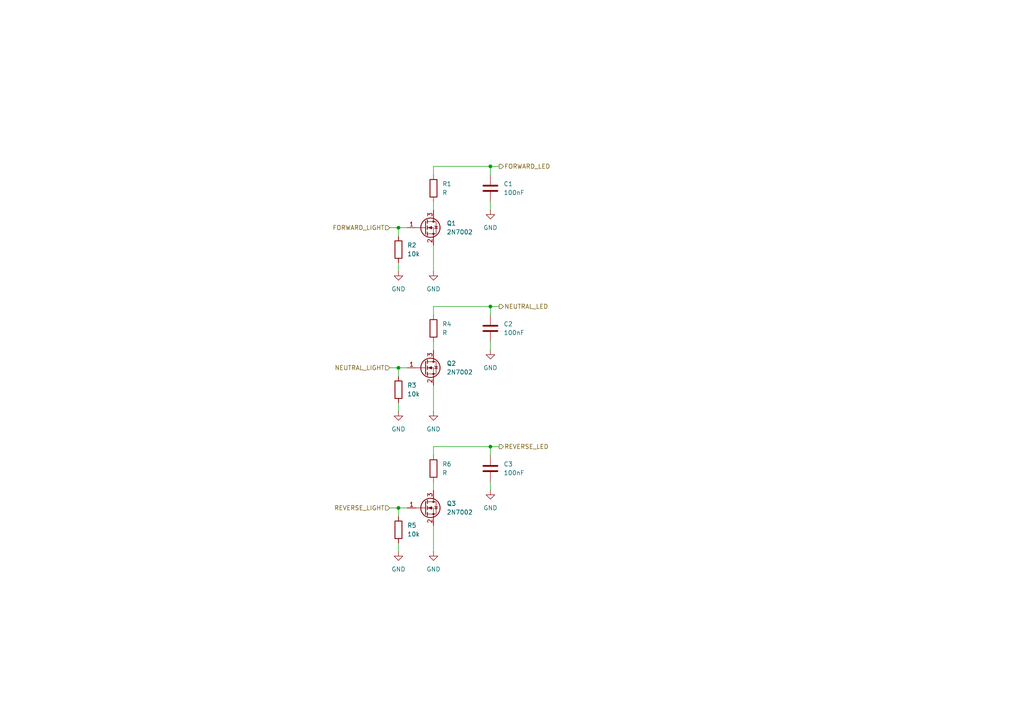
<source format=kicad_sch>
(kicad_sch (version 20231120) (generator "eeschema") (generator_version "8.0")
  (paper "A4")
  (lib_symbols
    (symbol "Device:C" (pin_numbers hide) (pin_names (offset 0.254))
      (property "Reference" "C" (at 0.635 2.54 0))
      (property "Value" "C" (at 0.635 -2.54 0))
      (symbol "C_0_1"
        (polyline (pts (xy -2.032 -0.762) (xy 2.032 -0.762)) (stroke (width 0.508)))
        (polyline (pts (xy -2.032 0.762) (xy 2.032 0.762)) (stroke (width 0.508)))
      )
      (symbol "C_1_1"
        (pin passive line (at 0 3.81 270) (length 2.794) (name "~") (number "1"))
        (pin passive line (at 0 -3.81 90) (length 2.794) (name "~") (number "2"))
      )
    )
    (symbol "Device:R" (pin_numbers hide) (pin_names (offset 0))
      (property "Reference" "R" (at 2.032 0 90))
      (property "Value" "R" (at 0 0 90))
      (symbol "R_0_1"
        (rectangle (start -1.016 -2.54) (end 1.016 2.54) (stroke (width 0.254)))
      )
      (symbol "R_1_1"
        (pin passive line (at 0 3.81 270) (length 1.27) (name "~") (number "1"))
        (pin passive line (at 0 -3.81 90) (length 1.27) (name "~") (number "2"))
      )
    )
    (symbol "Transistor_FET:2N7002" (pin_names hide)
      (property "Reference" "Q" (at 5.08 1.905 0))
      (property "Value" "2N7002" (at 5.08 0 0))
      (symbol "2N7002_0_1"
        (polyline (pts (xy 0.254 0) (xy -2.54 0)))
        (polyline (pts (xy 0.254 1.905) (xy 0.254 -1.905)) (stroke (width 0.254)))
        (polyline (pts (xy 0.762 -1.27) (xy 0.762 -2.286)) (stroke (width 0.254)))
        (polyline (pts (xy 0.762 0.508) (xy 0.762 -0.508)) (stroke (width 0.254)))
        (polyline (pts (xy 0.762 2.286) (xy 0.762 1.27)) (stroke (width 0.254)))
        (polyline (pts (xy 2.54 2.54) (xy 2.54 1.778)))
        (polyline (pts (xy 2.54 -2.54) (xy 2.54 0) (xy 0.762 0)))
        (polyline (pts (xy 0.762 -1.778) (xy 3.302 -1.778) (xy 3.302 1.778) (xy 0.762 1.778)))
        (polyline (pts (xy 1.016 0) (xy 2.032 0.381) (xy 2.032 -0.381) (xy 1.016 0)) (fill (type outline)))
        (polyline (pts (xy 2.794 0.508) (xy 2.921 0.381) (xy 3.683 0.381) (xy 3.81 0.254)))
        (polyline (pts (xy 3.302 0.381) (xy 2.921 -0.254) (xy 3.683 -0.254) (xy 3.302 0.381)))
        (circle (center 1.651 0) (radius 2.794) (stroke (width 0.254)))
        (circle (center 2.54 -1.778) (radius 0.254) (fill (type outline)))
        (circle (center 2.54 1.778) (radius 0.254) (fill (type outline)))
      )
      (symbol "2N7002_1_1"
        (pin input line (at -5.08 0 0) (length 2.54) (name "G") (number "1"))
        (pin passive line (at 2.54 -5.08 90) (length 2.54) (name "S") (number "2"))
        (pin passive line (at 2.54 5.08 270) (length 2.54) (name "D") (number "3"))
      )
    )
    (symbol "power:GND" (power) (pin_numbers hide) (pin_names (offset 0) hide)
      (property "Value" "GND" (at 0 -3.81 0))
      (symbol "GND_0_1"
        (polyline (pts (xy 0 0) (xy 0 -1.27) (xy 1.27 -1.27) (xy 0 -2.54) (xy -1.27 -1.27) (xy 0 -1.27)))
      )
      (symbol "GND_1_1"
        (pin power_in line (at 0 0 270) (length 0) (name "~") (number "1"))
      )
    )
  )
  (junction (at 142.24 48.26))
  (junction (at 142.24 88.9))
  (junction (at 115.57 147.32))
  (junction (at 142.24 129.54))
  (junction (at 115.57 66.04))
  (junction (at 115.57 106.68))
  (wire (pts (xy 115.57 116.84) (xy 115.57 119.38)))
  (wire (pts (xy 113.03 66.04) (xy 115.57 66.04)))
  (wire (pts (xy 125.73 132.08) (xy 125.73 129.54)))
  (wire (pts (xy 142.24 99.06) (xy 142.24 101.6)))
  (wire (pts (xy 118.11 147.32) (xy 115.57 147.32)))
  (wire (pts (xy 115.57 76.2) (xy 115.57 78.74)))
  (wire (pts (xy 125.73 71.12) (xy 125.73 78.74)))
  (wire (pts (xy 125.73 50.8) (xy 125.73 48.26)))
  (wire (pts (xy 118.11 106.68) (xy 115.57 106.68)))
  (wire (pts (xy 142.24 48.26) (xy 142.24 50.8)))
  (wire (pts (xy 115.57 66.04) (xy 115.57 68.58)))
  (wire (pts (xy 125.73 99.06) (xy 125.73 101.6)))
  (wire (pts (xy 115.57 106.68) (xy 115.57 109.22)))
  (wire (pts (xy 125.73 58.42) (xy 125.73 60.96)))
  (wire (pts (xy 142.24 88.9) (xy 142.24 91.44)))
  (wire (pts (xy 115.57 157.48) (xy 115.57 160.02)))
  (wire (pts (xy 125.73 111.76) (xy 125.73 119.38)))
  (wire (pts (xy 125.73 129.54) (xy 142.24 129.54)))
  (wire (pts (xy 115.57 147.32) (xy 115.57 149.86)))
  (wire (pts (xy 125.73 91.44) (xy 125.73 88.9)))
  (wire (pts (xy 125.73 152.4) (xy 125.73 160.02)))
  (wire (pts (xy 142.24 139.7) (xy 142.24 142.24)))
  (wire (pts (xy 125.73 88.9) (xy 142.24 88.9)))
  (wire (pts (xy 142.24 48.26) (xy 144.78 48.26)))
  (wire (pts (xy 142.24 129.54) (xy 142.24 132.08)))
  (wire (pts (xy 113.03 106.68) (xy 115.57 106.68)))
  (wire (pts (xy 118.11 66.04) (xy 115.57 66.04)))
  (wire (pts (xy 142.24 129.54) (xy 144.78 129.54)))
  (wire (pts (xy 125.73 48.26) (xy 142.24 48.26)))
  (wire (pts (xy 142.24 58.42) (xy 142.24 60.96)))
  (wire (pts (xy 142.24 88.9) (xy 144.78 88.9)))
  (wire (pts (xy 113.03 147.32) (xy 115.57 147.32)))
  (wire (pts (xy 125.73 139.7) (xy 125.73 142.24)))
  (hierarchical_label "FORWARD_LED" (shape output) (at 144.78 48.26 0))
  (hierarchical_label "REVERSE_LIGHT" (shape input) (at 113.03 147.32 180))
  (hierarchical_label "NEUTRAL_LIGHT" (shape input) (at 113.03 106.68 180))
  (hierarchical_label "FORWARD_LIGHT" (shape input) (at 113.03 66.04 180))
  (hierarchical_label "NEUTRAL_LED" (shape output) (at 144.78 88.9 0))
  (hierarchical_label "REVERSE_LED" (shape output) (at 144.78 129.54 0))
  (symbol (lib_id "power:GND") (at 115.57 78.74 0) (unit 1)
    (property "Reference" "#PWR015" (effects (hide yes)))
    (property "Value" "GND" (at 115.57 83.82 0))
    (property "Description" "Power symbol creates a global label with name \"GND\" , ground" (effects (hide yes)))
  )
  (symbol (lib_id "Device:C") (at 142.24 135.89 0) (unit 1)
    (property "Reference" "C3" (at 146.05 134.6199 0) (effects (justify left)))
    (property "Value" "100nF" (at 146.05 137.1599 0) (effects (justify left)))
    (property "Footprint" "Capacitor_SMD:C_0603_1608Metric" (effects (hide yes)))
    (property "Description" "Unpolarized capacitor" (effects (hide yes)))
    (property "JLCPCB" "C14663" (effects (hide yes)))
  )
  (symbol (lib_id "power:GND") (at 142.24 142.24 0) (unit 1)
    (property "Reference" "#PWR022" (effects (hide yes)))
    (property "Value" "GND" (at 142.24 147.32 0))
    (property "Description" "Power symbol creates a global label with name \"GND\" , ground" (effects (hide yes)))
  )
  (symbol (lib_id "Device:R") (at 125.73 95.25 0) (unit 1)
    (property "Reference" "R4" (at 128.27 93.9799 0) (effects (justify left)))
    (property "Value" "R" (at 128.27 96.5199 0) (effects (justify left)))
    (property "Footprint" "Resistor_SMD:R_0603_1608Metric" (effects (hide yes)))
    (property "Description" "Resistor" (effects (hide yes)))
  )
  (symbol (lib_id "power:GND") (at 125.73 119.38 0) (unit 1)
    (property "Reference" "#PWR018" (effects (hide yes)))
    (property "Value" "GND" (at 125.73 124.46 0))
    (property "Description" "Power symbol creates a global label with name \"GND\" , ground" (effects (hide yes)))
  )
  (symbol (lib_id "power:GND") (at 115.57 160.02 0) (unit 1)
    (property "Reference" "#PWR020" (effects (hide yes)))
    (property "Value" "GND" (at 115.57 165.1 0))
    (property "Description" "Power symbol creates a global label with name \"GND\" , ground" (effects (hide yes)))
  )
  (symbol (lib_id "power:GND") (at 115.57 119.38 0) (unit 1)
    (property "Reference" "#PWR017" (effects (hide yes)))
    (property "Value" "GND" (at 115.57 124.46 0))
    (property "Description" "Power symbol creates a global label with name \"GND\" , ground" (effects (hide yes)))
  )
  (symbol (lib_id "Transistor_FET:2N7002") (at 123.19 106.68 0) (unit 1)
    (property "Reference" "Q2" (at 129.54 105.4099 0) (effects (justify left)))
    (property "Value" "2N7002" (at 129.54 107.9499 0) (effects (justify left)))
    (property "Footprint" "Package_TO_SOT_SMD:SOT-23" (effects (hide yes)))
    (property "Datasheet" "https://www.onsemi.com/pub/Collateral/NDS7002A-D.PDF" (effects (hide yes)))
    (property "Description" "0.115A Id, 60V Vds, N-Channel MOSFET, SOT-23" (effects (hide yes)))
  )
  (symbol (lib_id "Device:C") (at 142.24 95.25 0) (unit 1)
    (property "Reference" "C2" (at 146.05 93.9799 0) (effects (justify left)))
    (property "Value" "100nF" (at 146.05 96.5199 0) (effects (justify left)))
    (property "Footprint" "Capacitor_SMD:C_0603_1608Metric" (effects (hide yes)))
    (property "Description" "Unpolarized capacitor" (effects (hide yes)))
    (property "JLCPCB" "C14663" (effects (hide yes)))
  )
  (symbol (lib_id "power:GND") (at 125.73 160.02 0) (unit 1)
    (property "Reference" "#PWR021" (effects (hide yes)))
    (property "Value" "GND" (at 125.73 165.1 0))
    (property "Description" "Power symbol creates a global label with name \"GND\" , ground" (effects (hide yes)))
  )
  (symbol (lib_id "power:GND") (at 142.24 60.96 0) (unit 1)
    (property "Reference" "#PWR014" (effects (hide yes)))
    (property "Value" "GND" (at 142.24 66.04 0))
    (property "Description" "Power symbol creates a global label with name \"GND\" , ground" (effects (hide yes)))
  )
  (symbol (lib_id "Device:R") (at 115.57 153.67 0) (unit 1)
    (property "Reference" "R5" (at 118.11 152.3999 0) (effects (justify left)))
    (property "Value" "10k" (at 118.11 154.9399 0) (effects (justify left)))
    (property "Footprint" "Resistor_SMD:R_0603_1608Metric" (effects (hide yes)))
    (property "Description" "Resistor" (effects (hide yes)))
  )
  (symbol (lib_id "Device:R") (at 125.73 135.89 0) (unit 1)
    (property "Reference" "R6" (at 128.27 134.6199 0) (effects (justify left)))
    (property "Value" "R" (at 128.27 137.1599 0) (effects (justify left)))
    (property "Footprint" "Resistor_SMD:R_0603_1608Metric" (effects (hide yes)))
    (property "Description" "Resistor" (effects (hide yes)))
  )
  (symbol (lib_id "Transistor_FET:2N7002") (at 123.19 147.32 0) (unit 1)
    (property "Reference" "Q3" (at 129.54 146.0499 0) (effects (justify left)))
    (property "Value" "2N7002" (at 129.54 148.5899 0) (effects (justify left)))
    (property "Footprint" "Package_TO_SOT_SMD:SOT-23" (effects (hide yes)))
    (property "Datasheet" "https://www.onsemi.com/pub/Collateral/NDS7002A-D.PDF" (effects (hide yes)))
    (property "Description" "0.115A Id, 60V Vds, N-Channel MOSFET, SOT-23" (effects (hide yes)))
  )
  (symbol (lib_id "Device:R") (at 115.57 72.39 0) (unit 1)
    (property "Reference" "R2" (at 118.11 71.1199 0) (effects (justify left)))
    (property "Value" "10k" (at 118.11 73.6599 0) (effects (justify left)))
    (property "Footprint" "Resistor_SMD:R_0603_1608Metric" (effects (hide yes)))
    (property "Description" "Resistor" (effects (hide yes)))
  )
  (symbol (lib_id "Transistor_FET:2N7002") (at 123.19 66.04 0) (unit 1)
    (property "Reference" "Q1" (at 129.54 64.7699 0) (effects (justify left)))
    (property "Value" "2N7002" (at 129.54 67.3099 0) (effects (justify left)))
    (property "Footprint" "Package_TO_SOT_SMD:SOT-23" (effects (hide yes)))
    (property "Datasheet" "https://www.onsemi.com/pub/Collateral/NDS7002A-D.PDF" (effects (hide yes)))
    (property "Description" "0.115A Id, 60V Vds, N-Channel MOSFET, SOT-23" (effects (hide yes)))
  )
  (symbol (lib_id "Device:R") (at 125.73 54.61 0) (unit 1)
    (property "Reference" "R1" (at 128.27 53.3399 0) (effects (justify left)))
    (property "Value" "R" (at 128.27 55.8799 0) (effects (justify left)))
    (property "Footprint" "Resistor_SMD:R_0603_1608Metric" (effects (hide yes)))
    (property "Description" "Resistor" (effects (hide yes)))
  )
  (symbol (lib_id "Device:C") (at 142.24 54.61 0) (unit 1)
    (property "Reference" "C1" (at 146.05 53.3399 0) (effects (justify left)))
    (property "Value" "100nF" (at 146.05 55.8799 0) (effects (justify left)))
    (property "Footprint" "Capacitor_SMD:C_0603_1608Metric" (effects (hide yes)))
    (property "Description" "Unpolarized capacitor" (effects (hide yes)))
    (property "JLCPCB" "C14663" (effects (hide yes)))
  )
  (symbol (lib_id "power:GND") (at 142.24 101.6 0) (unit 1)
    (property "Reference" "#PWR019" (effects (hide yes)))
    (property "Value" "GND" (at 142.24 106.68 0))
    (property "Description" "Power symbol creates a global label with name \"GND\" , ground" (effects (hide yes)))
  )
  (symbol (lib_id "power:GND") (at 125.73 78.74 0) (unit 1)
    (property "Reference" "#PWR016" (effects (hide yes)))
    (property "Value" "GND" (at 125.73 83.82 0))
    (property "Description" "Power symbol creates a global label with name \"GND\" , ground" (effects (hide yes)))
  )
  (symbol (lib_id "Device:R") (at 115.57 113.03 0) (unit 1)
    (property "Reference" "R3" (at 118.11 111.7599 0) (effects (justify left)))
    (property "Value" "10k" (at 118.11 114.2999 0) (effects (justify left)))
    (property "Footprint" "Resistor_SMD:R_0603_1608Metric" (effects (hide yes)))
    (property "Description" "Resistor" (effects (hide yes)))
  )
)
</source>
